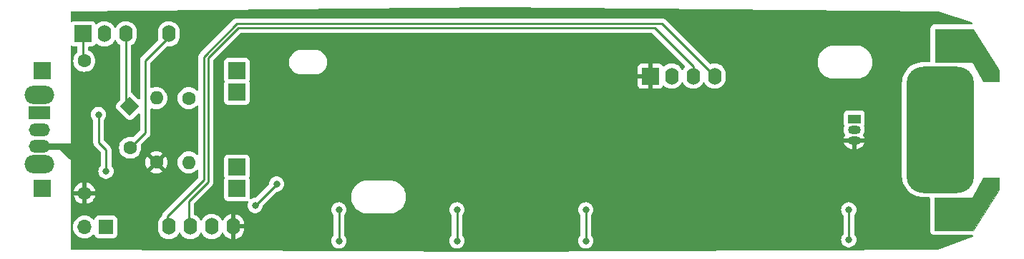
<source format=gbr>
%TF.GenerationSoftware,KiCad,Pcbnew,8.0.1*%
%TF.CreationDate,2024-06-06T13:27:33-04:00*%
%TF.ProjectId,PillPCB,50696c6c-5043-4422-9e6b-696361645f70,rev?*%
%TF.SameCoordinates,Original*%
%TF.FileFunction,Copper,L2,Bot*%
%TF.FilePolarity,Positive*%
%FSLAX46Y46*%
G04 Gerber Fmt 4.6, Leading zero omitted, Abs format (unit mm)*
G04 Created by KiCad (PCBNEW 8.0.1) date 2024-06-06 13:27:33*
%MOMM*%
%LPD*%
G01*
G04 APERTURE LIST*
G04 Aperture macros list*
%AMRoundRect*
0 Rectangle with rounded corners*
0 $1 Rounding radius*
0 $2 $3 $4 $5 $6 $7 $8 $9 X,Y pos of 4 corners*
0 Add a 4 corners polygon primitive as box body*
4,1,4,$2,$3,$4,$5,$6,$7,$8,$9,$2,$3,0*
0 Add four circle primitives for the rounded corners*
1,1,$1+$1,$2,$3*
1,1,$1+$1,$4,$5*
1,1,$1+$1,$6,$7*
1,1,$1+$1,$8,$9*
0 Add four rect primitives between the rounded corners*
20,1,$1+$1,$2,$3,$4,$5,0*
20,1,$1+$1,$4,$5,$6,$7,0*
20,1,$1+$1,$6,$7,$8,$9,0*
20,1,$1+$1,$8,$9,$2,$3,0*%
%AMHorizOval*
0 Thick line with rounded ends*
0 $1 width*
0 $2 $3 position (X,Y) of the first rounded end (center of the circle)*
0 $4 $5 position (X,Y) of the second rounded end (center of the circle)*
0 Add line between two ends*
20,1,$1,$2,$3,$4,$5,0*
0 Add two circle primitives to create the rounded ends*
1,1,$1,$2,$3*
1,1,$1,$4,$5*%
%AMRotRect*
0 Rectangle, with rotation*
0 The origin of the aperture is its center*
0 $1 length*
0 $2 width*
0 $3 Rotation angle, in degrees counterclockwise*
0 Add horizontal line*
21,1,$1,$2,0,0,$3*%
G04 Aperture macros list end*
%TA.AperFunction,EtchedComponent*%
%ADD10C,0.100000*%
%TD*%
%TA.AperFunction,ComponentPad*%
%ADD11R,1.700000X1.700000*%
%TD*%
%TA.AperFunction,ComponentPad*%
%ADD12O,1.700000X1.700000*%
%TD*%
%TA.AperFunction,ComponentPad*%
%ADD13O,3.500000X2.200000*%
%TD*%
%TA.AperFunction,ComponentPad*%
%ADD14R,2.500000X1.500000*%
%TD*%
%TA.AperFunction,ComponentPad*%
%ADD15O,2.500000X1.500000*%
%TD*%
%TA.AperFunction,ComponentPad*%
%ADD16C,1.600000*%
%TD*%
%TA.AperFunction,ComponentPad*%
%ADD17O,1.600000X1.600000*%
%TD*%
%TA.AperFunction,ComponentPad*%
%ADD18HorizOval,1.600000X0.000000X0.000000X0.000000X0.000000X0*%
%TD*%
%TA.AperFunction,ComponentPad*%
%ADD19R,2.000000X2.000000*%
%TD*%
%TA.AperFunction,ComponentPad*%
%ADD20RotRect,1.600000X1.600000X135.000000*%
%TD*%
%TA.AperFunction,ComponentPad*%
%ADD21HorizOval,1.600000X0.000000X0.000000X0.000000X0.000000X0*%
%TD*%
%TA.AperFunction,ComponentPad*%
%ADD22R,1.500000X1.050000*%
%TD*%
%TA.AperFunction,ComponentPad*%
%ADD23O,1.500000X1.050000*%
%TD*%
%TA.AperFunction,SMDPad,CuDef*%
%ADD24RoundRect,2.000000X2.000000X5.500000X-2.000000X5.500000X-2.000000X-5.500000X2.000000X-5.500000X0*%
%TD*%
%TA.AperFunction,ComponentPad*%
%ADD25O,1.600000X2.000000*%
%TD*%
%TA.AperFunction,ViaPad*%
%ADD26C,0.800000*%
%TD*%
%TA.AperFunction,Conductor*%
%ADD27C,0.250000*%
%TD*%
%TA.AperFunction,Conductor*%
%ADD28C,0.750000*%
%TD*%
G04 APERTURE END LIST*
%TO.C,REF\u002A\u002A*%
D10*
X167640000Y-82677000D02*
X163240036Y-82677000D01*
X163240036Y-86568890D01*
X167640000Y-86568890D01*
X167640000Y-82677000D01*
%TA.AperFunction,EtchedComponent*%
G36*
X167640000Y-82677000D02*
G01*
X163240036Y-82677000D01*
X163240036Y-86568890D01*
X167640000Y-86568890D01*
X167640000Y-82677000D01*
G37*
%TD.AperFunction*%
X167640000Y-102670000D02*
X163195000Y-102670000D01*
X163195000Y-106561890D01*
X167640000Y-106561890D01*
X167640000Y-102670000D01*
%TA.AperFunction,EtchedComponent*%
G36*
X167640000Y-102670000D02*
G01*
X163195000Y-102670000D01*
X163195000Y-106561890D01*
X167640000Y-106561890D01*
X167640000Y-102670000D01*
G37*
%TD.AperFunction*%
X170815000Y-87503000D02*
X170815000Y-88900000D01*
X168910000Y-88900000D01*
X167640000Y-86568890D01*
X167005000Y-82677000D01*
X167767000Y-82677000D01*
X170815000Y-87503000D01*
%TA.AperFunction,EtchedComponent*%
G36*
X170815000Y-87503000D02*
G01*
X170815000Y-88900000D01*
X168910000Y-88900000D01*
X167640000Y-86568890D01*
X167005000Y-82677000D01*
X167767000Y-82677000D01*
X170815000Y-87503000D01*
G37*
%TD.AperFunction*%
X170769964Y-101735890D02*
X167721964Y-106561890D01*
X166959964Y-106561890D01*
X167640000Y-102670000D01*
X168910000Y-100338890D01*
X170769964Y-100338890D01*
X170769964Y-101735890D01*
%TA.AperFunction,EtchedComponent*%
G36*
X170769964Y-101735890D02*
G01*
X167721964Y-106561890D01*
X166959964Y-106561890D01*
X167640000Y-102670000D01*
X168910000Y-100338890D01*
X170769964Y-100338890D01*
X170769964Y-101735890D01*
G37*
%TD.AperFunction*%
%TD*%
D11*
%TO.P,J1,1,Pin_1*%
%TO.N,Net-(D1-A)*%
X65151000Y-106172000D03*
D12*
%TO.P,J1,2,Pin_2*%
%TO.N,GND*%
X62611000Y-106172000D03*
%TD*%
D13*
%TO.P,SW1,*%
%TO.N,*%
X57245000Y-90515000D03*
X57245000Y-98715000D03*
D14*
%TO.P,SW1,1,A*%
%TO.N,unconnected-(SW1-A-Pad1)*%
X57245000Y-92615000D03*
D15*
%TO.P,SW1,2,B*%
%TO.N,Net-(SW1-B)*%
X57245000Y-94615000D03*
%TO.P,SW1,3,C*%
%TO.N,VCC*%
X57245000Y-96615000D03*
%TD*%
D16*
%TO.P,R3,1*%
%TO.N,Net-(U1-A0)*%
X74930000Y-90900000D03*
D17*
%TO.P,R3,2*%
%TO.N,GND*%
X74930000Y-98520000D03*
%TD*%
D16*
%TO.P,R2,1*%
%TO.N,VCC*%
X71120000Y-98500000D03*
D17*
%TO.P,R2,2*%
%TO.N,Net-(U1-A0)*%
X71120000Y-90880000D03*
%TD*%
D16*
%TO.P,R1,1*%
%TO.N,VCC*%
X62613371Y-102162154D03*
D18*
%TO.P,R1,2*%
%TO.N,Net-(U1-MISO{slash}D6)*%
X68001525Y-96774000D03*
%TD*%
D19*
%TO.P,U2,1,+IN*%
%TO.N,unconnected-(U2-+IN-Pad1)*%
X57645000Y-87630000D03*
%TO.P,U2,2,-IN*%
%TO.N,GND*%
X57645000Y-101630000D03*
%TO.P,U2,3,OUT+*%
%TO.N,Net-(SW1-B)*%
X80645000Y-87630000D03*
%TO.P,U2,4,OUT-*%
%TO.N,GND*%
X80645000Y-101630000D03*
%TO.P,U2,5,B+*%
%TO.N,Net-(BAT1-+)*%
X80645000Y-90170000D03*
%TO.P,U2,6,B-*%
%TO.N,Net-(BAT1--)*%
X80645000Y-99090000D03*
%TD*%
D20*
%TO.P,D1,1,K*%
%TO.N,Net-(D1-K)*%
X67972077Y-91848077D03*
D21*
%TO.P,D1,2,A*%
%TO.N,Net-(D1-A)*%
X62583923Y-86459923D03*
%TD*%
D22*
%TO.P,U4,1,GND*%
%TO.N,GND*%
X153670000Y-93350000D03*
D23*
%TO.P,U4,2,DQ*%
%TO.N,Net-(U1-MISO{slash}D6)*%
X153670000Y-94620000D03*
%TO.P,U4,3,V_{DD}*%
%TO.N,VCC*%
X153670000Y-95890000D03*
%TD*%
D24*
%TO.P,REF\u002A\u002A,1*%
%TO.N,N/C*%
X163830000Y-94615000D03*
%TD*%
D19*
%TO.P,U1,1,~{RST}*%
%TO.N,Net-(D1-A)*%
X62420000Y-83260000D03*
D25*
%TO.P,U1,2,A0*%
%TO.N,Net-(U1-A0)*%
X64960000Y-83260000D03*
%TO.P,U1,3,D0*%
%TO.N,Net-(D1-K)*%
X67500000Y-83260000D03*
%TO.P,U1,5,MISO/D6*%
%TO.N,Net-(U1-MISO{slash}D6)*%
X72580000Y-83260000D03*
%TO.P,U1,9,5V*%
%TO.N,VCC*%
X80200000Y-106120000D03*
%TO.P,U1,10,GND*%
%TO.N,GND*%
X77660000Y-106120000D03*
%TO.P,U1,11,D4*%
%TO.N,Net-(U1-D4)*%
X75120000Y-106120000D03*
%TO.P,U1,12,D3*%
%TO.N,Net-(U1-D3)*%
X72580000Y-106120000D03*
%TD*%
D19*
%TO.P,U3,1,VCC*%
%TO.N,VCC*%
X129540000Y-88265000D03*
D25*
%TO.P,U3,2,GND*%
%TO.N,GND*%
X132080000Y-88265000D03*
%TO.P,U3,3,SCL*%
%TO.N,Net-(U1-D4)*%
X134620000Y-88265000D03*
%TO.P,U3,4,SDA*%
%TO.N,Net-(U1-D3)*%
X137160000Y-88265000D03*
%TD*%
D26*
%TO.N,Net-(D1-A)*%
X65151000Y-99568000D03*
X64262000Y-92837000D03*
%TO.N,GND*%
X153035000Y-104140000D03*
X153035000Y-107696000D03*
X106680000Y-104140000D03*
X121920000Y-107823000D03*
X92710000Y-107823000D03*
X106680000Y-107823000D03*
X85344000Y-101092000D03*
X92710000Y-104140000D03*
X121920000Y-104140000D03*
X82804000Y-103632000D03*
%TD*%
D27*
%TO.N,GND*%
X85344000Y-101092000D02*
X82804000Y-103632000D01*
D28*
%TO.N,VCC*%
X57250000Y-96620000D02*
X59790000Y-96620000D01*
X57245000Y-96615000D02*
X57250000Y-96620000D01*
D27*
%TO.N,Net-(D1-A)*%
X64262000Y-96139000D02*
X65151000Y-97028000D01*
X64262000Y-92837000D02*
X64262000Y-96139000D01*
X65151000Y-97028000D02*
X65151000Y-99568000D01*
%TO.N,Net-(D1-K)*%
X67500000Y-91376000D02*
X67972077Y-91848077D01*
X67500000Y-83260000D02*
X67500000Y-91376000D01*
%TO.N,Net-(D1-A)*%
X62420000Y-86296000D02*
X62583923Y-86459923D01*
X62420000Y-83260000D02*
X62420000Y-86296000D01*
D28*
%TO.N,VCC*%
X59790000Y-96620000D02*
X60960000Y-97790000D01*
X59790000Y-96620000D02*
X60198000Y-97028000D01*
X60960000Y-97790000D02*
X60960000Y-96974000D01*
X59790000Y-96620000D02*
X61214000Y-96620000D01*
D27*
%TO.N,GND*%
X153035000Y-104140000D02*
X153035000Y-107696000D01*
X121920000Y-104140000D02*
X121920000Y-107823000D01*
X106680000Y-104140000D02*
X106680000Y-107823000D01*
X92710000Y-104140000D02*
X92710000Y-107823000D01*
%TO.N,Net-(U1-MISO{slash}D6)*%
X69800000Y-86410000D02*
X69800000Y-94975525D01*
X69800000Y-94975525D02*
X68001525Y-96774000D01*
X72580000Y-83630000D02*
X69800000Y-86410000D01*
X72580000Y-83260000D02*
X72580000Y-83630000D01*
%TO.N,Net-(U1-D3)*%
X72580000Y-106120000D02*
X72580000Y-106260000D01*
X72390000Y-105930000D02*
X72390000Y-104902000D01*
X76708000Y-100584000D02*
X76708000Y-85977604D01*
X76708000Y-85977604D02*
X80643604Y-82042000D01*
X72580000Y-106120000D02*
X72390000Y-105930000D01*
X130937000Y-82042000D02*
X137160000Y-88265000D01*
X72390000Y-104902000D02*
X76708000Y-100584000D01*
X80643604Y-82042000D02*
X130937000Y-82042000D01*
%TO.N,Net-(U1-D4)*%
X77216000Y-86106000D02*
X80772000Y-82550000D01*
X74930000Y-103124000D02*
X77216000Y-100838000D01*
X77216000Y-100838000D02*
X77216000Y-86106000D01*
X74930000Y-105930000D02*
X74930000Y-103124000D01*
X75120000Y-106120000D02*
X75120000Y-106260000D01*
X134620000Y-87122000D02*
X134620000Y-88265000D01*
X80772000Y-82550000D02*
X130048000Y-82550000D01*
X75120000Y-106120000D02*
X74930000Y-105930000D01*
X130048000Y-82550000D02*
X134620000Y-87122000D01*
%TD*%
%TA.AperFunction,Conductor*%
%TO.N,VCC*%
G36*
X163557760Y-80617823D02*
G01*
X163593416Y-80623422D01*
X167626768Y-81879105D01*
X167684926Y-81917827D01*
X167712917Y-81981845D01*
X167701853Y-82050834D01*
X167655248Y-82102889D01*
X167589909Y-82121500D01*
X167005000Y-82121500D01*
X166965130Y-82123363D01*
X166953167Y-82123923D01*
X166947532Y-82124708D01*
X166947465Y-82124232D01*
X166927839Y-82126500D01*
X163312511Y-82126500D01*
X163167561Y-82126500D01*
X163039029Y-82160940D01*
X163027547Y-82164017D01*
X162902024Y-82236488D01*
X162902018Y-82236493D01*
X162799529Y-82338982D01*
X162799524Y-82338988D01*
X162727053Y-82464511D01*
X162727052Y-82464515D01*
X162689536Y-82604525D01*
X162689536Y-82604527D01*
X162689536Y-86490500D01*
X162669851Y-86557539D01*
X162617047Y-86603294D01*
X162565536Y-86614500D01*
X161725156Y-86614500D01*
X161594219Y-86620674D01*
X161594214Y-86620674D01*
X161283456Y-86669893D01*
X161283448Y-86669895D01*
X160981315Y-86757674D01*
X160692552Y-86882632D01*
X160531094Y-86978119D01*
X160421732Y-87042796D01*
X160421728Y-87042798D01*
X160421723Y-87042802D01*
X160421722Y-87042802D01*
X160173120Y-87235637D01*
X160173120Y-87235638D01*
X159950638Y-87458120D01*
X159950637Y-87458120D01*
X159757802Y-87706722D01*
X159757802Y-87706723D01*
X159757798Y-87706728D01*
X159757796Y-87706732D01*
X159703184Y-87799075D01*
X159597632Y-87977552D01*
X159472674Y-88266315D01*
X159384895Y-88568448D01*
X159384893Y-88568456D01*
X159335674Y-88879214D01*
X159335674Y-88879219D01*
X159329500Y-89010155D01*
X159329500Y-100219844D01*
X159335674Y-100350780D01*
X159335674Y-100350785D01*
X159384893Y-100661543D01*
X159384895Y-100661551D01*
X159472674Y-100963684D01*
X159597632Y-101252447D01*
X159614080Y-101280259D01*
X159757796Y-101523268D01*
X159757801Y-101523274D01*
X159757802Y-101523276D01*
X159757802Y-101523277D01*
X159950637Y-101771879D01*
X160173120Y-101994362D01*
X160421722Y-102187197D01*
X160421726Y-102187199D01*
X160421732Y-102187204D01*
X160692552Y-102347367D01*
X160981311Y-102472324D01*
X161026728Y-102485519D01*
X161283448Y-102560104D01*
X161283456Y-102560106D01*
X161594217Y-102609325D01*
X161725156Y-102615500D01*
X161725160Y-102615500D01*
X162520500Y-102615500D01*
X162587539Y-102635185D01*
X162633294Y-102687989D01*
X162644500Y-102739500D01*
X162644500Y-106489415D01*
X162644500Y-106634365D01*
X162682016Y-106774375D01*
X162682017Y-106774378D01*
X162754488Y-106899901D01*
X162754490Y-106899903D01*
X162754491Y-106899905D01*
X162856985Y-107002399D01*
X162856986Y-107002400D01*
X162856988Y-107002401D01*
X162982511Y-107074872D01*
X162982512Y-107074872D01*
X162982515Y-107074874D01*
X163122525Y-107112390D01*
X166915104Y-107112390D01*
X166931989Y-107113545D01*
X166959963Y-107117390D01*
X167644430Y-107117390D01*
X167711469Y-107137075D01*
X167757224Y-107189879D01*
X167767168Y-107259037D01*
X167738143Y-107322593D01*
X167687137Y-107357804D01*
X163596388Y-108858520D01*
X163554281Y-108866105D01*
X111125597Y-109119997D01*
X111124399Y-109119997D01*
X61083402Y-108878834D01*
X61016459Y-108858826D01*
X60970959Y-108805802D01*
X60960000Y-108754835D01*
X60960000Y-107823000D01*
X91804540Y-107823000D01*
X91824326Y-108011256D01*
X91824327Y-108011259D01*
X91882818Y-108191277D01*
X91882821Y-108191284D01*
X91977467Y-108355216D01*
X92089957Y-108480148D01*
X92104129Y-108495888D01*
X92257265Y-108607148D01*
X92257270Y-108607151D01*
X92430192Y-108684142D01*
X92430197Y-108684144D01*
X92615354Y-108723500D01*
X92615355Y-108723500D01*
X92804644Y-108723500D01*
X92804646Y-108723500D01*
X92989803Y-108684144D01*
X93162730Y-108607151D01*
X93315871Y-108495888D01*
X93442533Y-108355216D01*
X93537179Y-108191284D01*
X93595674Y-108011256D01*
X93615460Y-107823000D01*
X105774540Y-107823000D01*
X105794326Y-108011256D01*
X105794327Y-108011259D01*
X105852818Y-108191277D01*
X105852821Y-108191284D01*
X105947467Y-108355216D01*
X106059957Y-108480148D01*
X106074129Y-108495888D01*
X106227265Y-108607148D01*
X106227270Y-108607151D01*
X106400192Y-108684142D01*
X106400197Y-108684144D01*
X106585354Y-108723500D01*
X106585355Y-108723500D01*
X106774644Y-108723500D01*
X106774646Y-108723500D01*
X106959803Y-108684144D01*
X107132730Y-108607151D01*
X107285871Y-108495888D01*
X107412533Y-108355216D01*
X107507179Y-108191284D01*
X107565674Y-108011256D01*
X107585460Y-107823000D01*
X121014540Y-107823000D01*
X121034326Y-108011256D01*
X121034327Y-108011259D01*
X121092818Y-108191277D01*
X121092821Y-108191284D01*
X121187467Y-108355216D01*
X121299957Y-108480148D01*
X121314129Y-108495888D01*
X121467265Y-108607148D01*
X121467270Y-108607151D01*
X121640192Y-108684142D01*
X121640197Y-108684144D01*
X121825354Y-108723500D01*
X121825355Y-108723500D01*
X122014644Y-108723500D01*
X122014646Y-108723500D01*
X122199803Y-108684144D01*
X122372730Y-108607151D01*
X122525871Y-108495888D01*
X122652533Y-108355216D01*
X122747179Y-108191284D01*
X122805674Y-108011256D01*
X122825460Y-107823000D01*
X122812112Y-107696000D01*
X152129540Y-107696000D01*
X152149326Y-107884256D01*
X152149327Y-107884259D01*
X152207818Y-108064277D01*
X152207821Y-108064284D01*
X152302467Y-108228216D01*
X152416817Y-108355214D01*
X152429129Y-108368888D01*
X152582265Y-108480148D01*
X152582270Y-108480151D01*
X152755192Y-108557142D01*
X152755197Y-108557144D01*
X152940354Y-108596500D01*
X152940355Y-108596500D01*
X153129644Y-108596500D01*
X153129646Y-108596500D01*
X153314803Y-108557144D01*
X153487730Y-108480151D01*
X153640871Y-108368888D01*
X153767533Y-108228216D01*
X153862179Y-108064284D01*
X153920674Y-107884256D01*
X153940460Y-107696000D01*
X153920674Y-107507744D01*
X153862179Y-107327716D01*
X153767533Y-107163784D01*
X153743484Y-107137075D01*
X153692350Y-107080284D01*
X153662120Y-107017292D01*
X153660500Y-106997312D01*
X153660500Y-104838687D01*
X153680185Y-104771648D01*
X153692350Y-104755715D01*
X153710891Y-104735122D01*
X153767533Y-104672216D01*
X153862179Y-104508284D01*
X153920674Y-104328256D01*
X153940460Y-104140000D01*
X153920674Y-103951744D01*
X153862179Y-103771716D01*
X153767533Y-103607784D01*
X153640871Y-103467112D01*
X153608708Y-103443744D01*
X153487734Y-103355851D01*
X153487729Y-103355848D01*
X153314807Y-103278857D01*
X153314802Y-103278855D01*
X153169001Y-103247865D01*
X153129646Y-103239500D01*
X152940354Y-103239500D01*
X152907897Y-103246398D01*
X152755197Y-103278855D01*
X152755192Y-103278857D01*
X152582270Y-103355848D01*
X152582265Y-103355851D01*
X152429129Y-103467111D01*
X152302466Y-103607785D01*
X152207821Y-103771715D01*
X152207818Y-103771722D01*
X152159532Y-103920333D01*
X152149326Y-103951744D01*
X152129540Y-104140000D01*
X152149326Y-104328256D01*
X152149327Y-104328259D01*
X152207818Y-104508277D01*
X152207821Y-104508284D01*
X152302467Y-104672216D01*
X152322150Y-104694076D01*
X152377650Y-104755715D01*
X152407880Y-104818706D01*
X152409500Y-104838687D01*
X152409500Y-106997312D01*
X152389815Y-107064351D01*
X152377650Y-107080284D01*
X152302466Y-107163784D01*
X152207821Y-107327715D01*
X152207818Y-107327722D01*
X152162955Y-107465797D01*
X152149326Y-107507744D01*
X152129540Y-107696000D01*
X122812112Y-107696000D01*
X122805674Y-107634744D01*
X122747179Y-107454716D01*
X122652533Y-107290784D01*
X122623948Y-107259037D01*
X122577350Y-107207284D01*
X122547120Y-107144292D01*
X122545500Y-107124312D01*
X122545500Y-104838687D01*
X122565185Y-104771648D01*
X122577350Y-104755715D01*
X122595891Y-104735122D01*
X122652533Y-104672216D01*
X122747179Y-104508284D01*
X122805674Y-104328256D01*
X122825460Y-104140000D01*
X122805674Y-103951744D01*
X122747179Y-103771716D01*
X122652533Y-103607784D01*
X122525871Y-103467112D01*
X122493708Y-103443744D01*
X122372734Y-103355851D01*
X122372729Y-103355848D01*
X122199807Y-103278857D01*
X122199802Y-103278855D01*
X122054001Y-103247865D01*
X122014646Y-103239500D01*
X121825354Y-103239500D01*
X121792897Y-103246398D01*
X121640197Y-103278855D01*
X121640192Y-103278857D01*
X121467270Y-103355848D01*
X121467265Y-103355851D01*
X121314129Y-103467111D01*
X121187466Y-103607785D01*
X121092821Y-103771715D01*
X121092818Y-103771722D01*
X121044532Y-103920333D01*
X121034326Y-103951744D01*
X121014540Y-104140000D01*
X121034326Y-104328256D01*
X121034327Y-104328259D01*
X121092818Y-104508277D01*
X121092821Y-104508284D01*
X121187467Y-104672216D01*
X121207150Y-104694076D01*
X121262650Y-104755715D01*
X121292880Y-104818706D01*
X121294500Y-104838687D01*
X121294500Y-107124312D01*
X121274815Y-107191351D01*
X121262650Y-107207284D01*
X121187466Y-107290784D01*
X121092821Y-107454715D01*
X121092818Y-107454722D01*
X121038954Y-107620500D01*
X121034326Y-107634744D01*
X121014540Y-107823000D01*
X107585460Y-107823000D01*
X107565674Y-107634744D01*
X107507179Y-107454716D01*
X107412533Y-107290784D01*
X107383948Y-107259037D01*
X107337350Y-107207284D01*
X107307120Y-107144292D01*
X107305500Y-107124312D01*
X107305500Y-104838687D01*
X107325185Y-104771648D01*
X107337350Y-104755715D01*
X107355891Y-104735122D01*
X107412533Y-104672216D01*
X107507179Y-104508284D01*
X107565674Y-104328256D01*
X107585460Y-104140000D01*
X107565674Y-103951744D01*
X107507179Y-103771716D01*
X107412533Y-103607784D01*
X107285871Y-103467112D01*
X107253708Y-103443744D01*
X107132734Y-103355851D01*
X107132729Y-103355848D01*
X106959807Y-103278857D01*
X106959802Y-103278855D01*
X106814001Y-103247865D01*
X106774646Y-103239500D01*
X106585354Y-103239500D01*
X106552897Y-103246398D01*
X106400197Y-103278855D01*
X106400192Y-103278857D01*
X106227270Y-103355848D01*
X106227265Y-103355851D01*
X106074129Y-103467111D01*
X105947466Y-103607785D01*
X105852821Y-103771715D01*
X105852818Y-103771722D01*
X105804532Y-103920333D01*
X105794326Y-103951744D01*
X105774540Y-104140000D01*
X105794326Y-104328256D01*
X105794327Y-104328259D01*
X105852818Y-104508277D01*
X105852821Y-104508284D01*
X105947467Y-104672216D01*
X105967150Y-104694076D01*
X106022650Y-104755715D01*
X106052880Y-104818706D01*
X106054500Y-104838687D01*
X106054500Y-107124312D01*
X106034815Y-107191351D01*
X106022650Y-107207284D01*
X105947466Y-107290784D01*
X105852821Y-107454715D01*
X105852818Y-107454722D01*
X105798954Y-107620500D01*
X105794326Y-107634744D01*
X105774540Y-107823000D01*
X93615460Y-107823000D01*
X93595674Y-107634744D01*
X93537179Y-107454716D01*
X93442533Y-107290784D01*
X93413948Y-107259037D01*
X93367350Y-107207284D01*
X93337120Y-107144292D01*
X93335500Y-107124312D01*
X93335500Y-104838687D01*
X93355185Y-104771648D01*
X93367350Y-104755715D01*
X93385891Y-104735122D01*
X93442533Y-104672216D01*
X93537179Y-104508284D01*
X93595674Y-104328256D01*
X93615460Y-104140000D01*
X93595674Y-103951744D01*
X93537179Y-103771716D01*
X93442533Y-103607784D01*
X93315871Y-103467112D01*
X93283708Y-103443744D01*
X93162734Y-103355851D01*
X93162729Y-103355848D01*
X92989807Y-103278857D01*
X92989802Y-103278855D01*
X92844001Y-103247865D01*
X92804646Y-103239500D01*
X92615354Y-103239500D01*
X92582897Y-103246398D01*
X92430197Y-103278855D01*
X92430192Y-103278857D01*
X92257270Y-103355848D01*
X92257265Y-103355851D01*
X92104129Y-103467111D01*
X91977466Y-103607785D01*
X91882821Y-103771715D01*
X91882818Y-103771722D01*
X91834532Y-103920333D01*
X91824326Y-103951744D01*
X91804540Y-104140000D01*
X91824326Y-104328256D01*
X91824327Y-104328259D01*
X91882818Y-104508277D01*
X91882821Y-104508284D01*
X91977467Y-104672216D01*
X91997150Y-104694076D01*
X92052650Y-104755715D01*
X92082880Y-104818706D01*
X92084500Y-104838687D01*
X92084500Y-107124312D01*
X92064815Y-107191351D01*
X92052650Y-107207284D01*
X91977466Y-107290784D01*
X91882821Y-107454715D01*
X91882818Y-107454722D01*
X91828954Y-107620500D01*
X91824326Y-107634744D01*
X91804540Y-107823000D01*
X60960000Y-107823000D01*
X60960000Y-106172000D01*
X61255341Y-106172000D01*
X61275936Y-106407403D01*
X61275938Y-106407413D01*
X61337094Y-106635655D01*
X61337096Y-106635659D01*
X61337097Y-106635663D01*
X61401780Y-106774375D01*
X61436965Y-106849830D01*
X61436967Y-106849834D01*
X61540233Y-106997312D01*
X61572505Y-107043401D01*
X61739599Y-107210495D01*
X61836384Y-107278265D01*
X61933165Y-107346032D01*
X61933167Y-107346033D01*
X61933170Y-107346035D01*
X62147337Y-107445903D01*
X62375592Y-107507063D01*
X62552034Y-107522500D01*
X62610999Y-107527659D01*
X62611000Y-107527659D01*
X62611001Y-107527659D01*
X62669966Y-107522500D01*
X62846408Y-107507063D01*
X63074663Y-107445903D01*
X63288830Y-107346035D01*
X63482401Y-107210495D01*
X63604329Y-107088566D01*
X63665648Y-107055084D01*
X63735340Y-107060068D01*
X63791274Y-107101939D01*
X63808189Y-107132917D01*
X63857202Y-107264328D01*
X63857206Y-107264335D01*
X63943452Y-107379544D01*
X63943455Y-107379547D01*
X64058664Y-107465793D01*
X64058671Y-107465797D01*
X64193517Y-107516091D01*
X64193516Y-107516091D01*
X64200444Y-107516835D01*
X64253127Y-107522500D01*
X66048872Y-107522499D01*
X66108483Y-107516091D01*
X66243331Y-107465796D01*
X66358546Y-107379546D01*
X66444796Y-107264331D01*
X66495091Y-107129483D01*
X66501500Y-107069873D01*
X66501500Y-106422351D01*
X71279500Y-106422351D01*
X71311522Y-106624534D01*
X71374781Y-106819223D01*
X71467715Y-107001613D01*
X71588028Y-107167213D01*
X71732786Y-107311971D01*
X71887749Y-107424556D01*
X71898390Y-107432287D01*
X72014607Y-107491503D01*
X72080776Y-107525218D01*
X72080778Y-107525218D01*
X72080781Y-107525220D01*
X72185137Y-107559127D01*
X72275465Y-107588477D01*
X72376557Y-107604488D01*
X72477648Y-107620500D01*
X72477649Y-107620500D01*
X72682351Y-107620500D01*
X72682352Y-107620500D01*
X72884534Y-107588477D01*
X73079219Y-107525220D01*
X73261610Y-107432287D01*
X73405541Y-107327716D01*
X73427213Y-107311971D01*
X73427215Y-107311968D01*
X73427219Y-107311966D01*
X73571966Y-107167219D01*
X73571968Y-107167215D01*
X73571971Y-107167213D01*
X73692284Y-107001614D01*
X73692285Y-107001613D01*
X73692287Y-107001610D01*
X73739516Y-106908917D01*
X73787489Y-106858123D01*
X73855310Y-106841328D01*
X73921445Y-106863865D01*
X73960485Y-106908919D01*
X74007715Y-107001614D01*
X74128028Y-107167213D01*
X74272786Y-107311971D01*
X74427749Y-107424556D01*
X74438390Y-107432287D01*
X74554607Y-107491503D01*
X74620776Y-107525218D01*
X74620778Y-107525218D01*
X74620781Y-107525220D01*
X74725137Y-107559127D01*
X74815465Y-107588477D01*
X74916557Y-107604488D01*
X75017648Y-107620500D01*
X75017649Y-107620500D01*
X75222351Y-107620500D01*
X75222352Y-107620500D01*
X75424534Y-107588477D01*
X75619219Y-107525220D01*
X75801610Y-107432287D01*
X75945541Y-107327716D01*
X75967213Y-107311971D01*
X75967215Y-107311968D01*
X75967219Y-107311966D01*
X76111966Y-107167219D01*
X76111968Y-107167215D01*
X76111971Y-107167213D01*
X76232284Y-107001614D01*
X76232285Y-107001613D01*
X76232287Y-107001610D01*
X76279516Y-106908917D01*
X76327489Y-106858123D01*
X76395310Y-106841328D01*
X76461445Y-106863865D01*
X76500485Y-106908919D01*
X76547715Y-107001614D01*
X76668028Y-107167213D01*
X76812786Y-107311971D01*
X76967749Y-107424556D01*
X76978390Y-107432287D01*
X77094607Y-107491503D01*
X77160776Y-107525218D01*
X77160778Y-107525218D01*
X77160781Y-107525220D01*
X77265137Y-107559127D01*
X77355465Y-107588477D01*
X77456557Y-107604488D01*
X77557648Y-107620500D01*
X77557649Y-107620500D01*
X77762351Y-107620500D01*
X77762352Y-107620500D01*
X77964534Y-107588477D01*
X78159219Y-107525220D01*
X78341610Y-107432287D01*
X78485541Y-107327716D01*
X78507213Y-107311971D01*
X78507215Y-107311968D01*
X78507219Y-107311966D01*
X78651966Y-107167219D01*
X78651968Y-107167215D01*
X78651971Y-107167213D01*
X78772284Y-107001614D01*
X78772285Y-107001613D01*
X78772287Y-107001610D01*
X78819795Y-106908369D01*
X78867770Y-106857574D01*
X78935591Y-106840779D01*
X79001725Y-106863316D01*
X79040765Y-106908370D01*
X79088140Y-107001349D01*
X79208417Y-107166894D01*
X79208417Y-107166895D01*
X79353104Y-107311582D01*
X79518650Y-107431859D01*
X79700968Y-107524754D01*
X79895578Y-107587988D01*
X79950000Y-107596607D01*
X79950000Y-106553012D01*
X80007007Y-106585925D01*
X80134174Y-106620000D01*
X80265826Y-106620000D01*
X80392993Y-106585925D01*
X80450000Y-106553012D01*
X80450000Y-107596606D01*
X80504421Y-107587988D01*
X80699031Y-107524754D01*
X80881349Y-107431859D01*
X81046894Y-107311582D01*
X81046895Y-107311582D01*
X81191582Y-107166895D01*
X81191582Y-107166894D01*
X81311859Y-107001349D01*
X81404755Y-106819031D01*
X81467990Y-106624417D01*
X81500000Y-106422317D01*
X81500000Y-106370000D01*
X80633012Y-106370000D01*
X80665925Y-106312993D01*
X80700000Y-106185826D01*
X80700000Y-106054174D01*
X80665925Y-105927007D01*
X80633012Y-105870000D01*
X81500000Y-105870000D01*
X81500000Y-105817682D01*
X81467990Y-105615582D01*
X81404755Y-105420968D01*
X81311859Y-105238650D01*
X81191582Y-105073105D01*
X81191582Y-105073104D01*
X81046895Y-104928417D01*
X80881349Y-104808140D01*
X80699029Y-104715244D01*
X80504413Y-104652009D01*
X80450000Y-104643390D01*
X80450000Y-105686988D01*
X80392993Y-105654075D01*
X80265826Y-105620000D01*
X80134174Y-105620000D01*
X80007007Y-105654075D01*
X79950000Y-105686988D01*
X79950000Y-104643390D01*
X79895586Y-104652009D01*
X79700970Y-104715244D01*
X79518650Y-104808140D01*
X79353105Y-104928417D01*
X79353104Y-104928417D01*
X79208417Y-105073104D01*
X79208417Y-105073105D01*
X79088140Y-105238650D01*
X79040765Y-105331629D01*
X78992790Y-105382425D01*
X78924969Y-105399220D01*
X78858834Y-105376682D01*
X78819795Y-105331629D01*
X78791746Y-105276581D01*
X78772287Y-105238390D01*
X78764556Y-105227749D01*
X78651971Y-105072786D01*
X78507213Y-104928028D01*
X78341613Y-104807715D01*
X78341612Y-104807714D01*
X78341610Y-104807713D01*
X78270829Y-104771648D01*
X78159223Y-104714781D01*
X77964534Y-104651522D01*
X77789995Y-104623878D01*
X77762352Y-104619500D01*
X77557648Y-104619500D01*
X77533329Y-104623351D01*
X77355465Y-104651522D01*
X77160776Y-104714781D01*
X76978386Y-104807715D01*
X76812786Y-104928028D01*
X76668028Y-105072786D01*
X76547715Y-105238386D01*
X76500485Y-105331080D01*
X76452510Y-105381876D01*
X76384689Y-105398671D01*
X76318554Y-105376134D01*
X76279515Y-105331080D01*
X76263983Y-105300597D01*
X76232287Y-105238390D01*
X76224556Y-105227749D01*
X76111971Y-105072786D01*
X75967213Y-104928028D01*
X75801613Y-104807715D01*
X75801612Y-104807714D01*
X75801610Y-104807713D01*
X75730829Y-104771648D01*
X75623205Y-104716810D01*
X75572409Y-104668835D01*
X75555500Y-104606325D01*
X75555500Y-103434451D01*
X75575185Y-103367412D01*
X75591814Y-103346775D01*
X76260719Y-102677870D01*
X79144500Y-102677870D01*
X79144501Y-102677876D01*
X79150908Y-102737483D01*
X79201202Y-102872328D01*
X79201206Y-102872335D01*
X79287452Y-102987544D01*
X79287455Y-102987547D01*
X79402664Y-103073793D01*
X79402671Y-103073797D01*
X79537517Y-103124091D01*
X79537516Y-103124091D01*
X79544444Y-103124835D01*
X79597127Y-103130500D01*
X81692872Y-103130499D01*
X81752483Y-103124091D01*
X81819284Y-103099175D01*
X81888974Y-103094192D01*
X81950297Y-103127677D01*
X81983782Y-103189000D01*
X81978798Y-103258691D01*
X81977116Y-103262806D01*
X81936302Y-103388419D01*
X81918326Y-103443744D01*
X81898540Y-103632000D01*
X81918326Y-103820256D01*
X81918327Y-103820259D01*
X81976818Y-104000277D01*
X81976821Y-104000284D01*
X82071467Y-104164216D01*
X82158696Y-104261093D01*
X82198129Y-104304888D01*
X82351265Y-104416148D01*
X82351270Y-104416151D01*
X82524192Y-104493142D01*
X82524197Y-104493144D01*
X82709354Y-104532500D01*
X82709355Y-104532500D01*
X82898644Y-104532500D01*
X82898646Y-104532500D01*
X83083803Y-104493144D01*
X83256730Y-104416151D01*
X83409871Y-104304888D01*
X83536533Y-104164216D01*
X83631179Y-104000284D01*
X83689674Y-103820256D01*
X83707321Y-103652344D01*
X83733904Y-103587734D01*
X83742951Y-103577638D01*
X84576116Y-102744474D01*
X94149500Y-102744474D01*
X94149501Y-102744491D01*
X94183299Y-103001217D01*
X94183300Y-103001222D01*
X94183301Y-103001228D01*
X94202746Y-103073797D01*
X94250324Y-103251364D01*
X94349423Y-103490609D01*
X94349427Y-103490619D01*
X94478906Y-103714883D01*
X94636551Y-103920331D01*
X94636557Y-103920338D01*
X94819661Y-104103442D01*
X94819668Y-104103448D01*
X95025116Y-104261093D01*
X95249380Y-104390572D01*
X95249381Y-104390572D01*
X95249384Y-104390574D01*
X95488634Y-104489675D01*
X95738772Y-104556699D01*
X95995519Y-104590500D01*
X95995526Y-104590500D01*
X98804474Y-104590500D01*
X98804481Y-104590500D01*
X99061228Y-104556699D01*
X99311366Y-104489675D01*
X99550616Y-104390574D01*
X99774884Y-104261093D01*
X99980333Y-104103447D01*
X100163447Y-103920333D01*
X100321093Y-103714884D01*
X100450574Y-103490616D01*
X100549675Y-103251366D01*
X100616699Y-103001228D01*
X100650500Y-102744481D01*
X100650500Y-102485519D01*
X100616699Y-102228772D01*
X100549675Y-101978634D01*
X100450574Y-101739384D01*
X100436973Y-101715827D01*
X100321093Y-101515116D01*
X100163448Y-101309668D01*
X100163442Y-101309661D01*
X99980338Y-101126557D01*
X99980331Y-101126551D01*
X99774883Y-100968906D01*
X99550619Y-100839427D01*
X99550609Y-100839423D01*
X99311364Y-100740324D01*
X99186297Y-100706813D01*
X99061228Y-100673301D01*
X99061222Y-100673300D01*
X99061217Y-100673299D01*
X98804491Y-100639501D01*
X98804486Y-100639500D01*
X98804481Y-100639500D01*
X95995519Y-100639500D01*
X95995513Y-100639500D01*
X95995508Y-100639501D01*
X95738782Y-100673299D01*
X95738775Y-100673300D01*
X95738772Y-100673301D01*
X95685908Y-100687465D01*
X95488635Y-100740324D01*
X95249390Y-100839423D01*
X95249380Y-100839427D01*
X95025116Y-100968906D01*
X94819668Y-101126551D01*
X94819661Y-101126557D01*
X94636557Y-101309661D01*
X94636551Y-101309668D01*
X94478906Y-101515116D01*
X94349427Y-101739380D01*
X94349423Y-101739390D01*
X94250324Y-101978635D01*
X94183302Y-102228769D01*
X94183299Y-102228782D01*
X94149501Y-102485508D01*
X94149500Y-102485525D01*
X94149500Y-102744474D01*
X84576116Y-102744474D01*
X85291772Y-102028819D01*
X85353095Y-101995334D01*
X85379453Y-101992500D01*
X85438644Y-101992500D01*
X85438646Y-101992500D01*
X85623803Y-101953144D01*
X85796730Y-101876151D01*
X85949871Y-101764888D01*
X86076533Y-101624216D01*
X86171179Y-101460284D01*
X86229674Y-101280256D01*
X86249460Y-101092000D01*
X86229674Y-100903744D01*
X86171179Y-100723716D01*
X86076533Y-100559784D01*
X85949871Y-100419112D01*
X85928153Y-100403333D01*
X85796734Y-100307851D01*
X85796729Y-100307848D01*
X85623807Y-100230857D01*
X85623802Y-100230855D01*
X85466789Y-100197482D01*
X85438646Y-100191500D01*
X85249354Y-100191500D01*
X85221211Y-100197482D01*
X85064197Y-100230855D01*
X85064192Y-100230857D01*
X84891270Y-100307848D01*
X84891265Y-100307851D01*
X84738129Y-100419111D01*
X84611466Y-100559785D01*
X84516821Y-100723715D01*
X84516818Y-100723722D01*
X84459670Y-100899607D01*
X84458326Y-100903744D01*
X84446061Y-101020444D01*
X84440679Y-101071649D01*
X84414094Y-101136263D01*
X84405039Y-101146368D01*
X82856229Y-102695181D01*
X82794906Y-102728666D01*
X82768548Y-102731500D01*
X82709354Y-102731500D01*
X82681206Y-102737483D01*
X82524197Y-102770855D01*
X82524192Y-102770857D01*
X82351270Y-102847848D01*
X82351267Y-102847850D01*
X82334060Y-102860352D01*
X82268253Y-102883830D01*
X82200200Y-102868003D01*
X82151506Y-102817896D01*
X82137632Y-102749418D01*
X82138308Y-102745200D01*
X82138262Y-102745196D01*
X82144412Y-102687989D01*
X82145500Y-102677873D01*
X82145499Y-100582128D01*
X82139091Y-100522517D01*
X82094637Y-100403332D01*
X82089654Y-100333642D01*
X82094638Y-100316667D01*
X82097927Y-100307849D01*
X82139091Y-100197483D01*
X82145500Y-100137873D01*
X82145499Y-98042128D01*
X82139091Y-97982517D01*
X82113647Y-97914299D01*
X82088797Y-97847671D01*
X82088793Y-97847664D01*
X82002547Y-97732455D01*
X82002544Y-97732452D01*
X81887335Y-97646206D01*
X81887328Y-97646202D01*
X81752482Y-97595908D01*
X81752483Y-97595908D01*
X81692883Y-97589501D01*
X81692881Y-97589500D01*
X81692873Y-97589500D01*
X81692864Y-97589500D01*
X79597129Y-97589500D01*
X79597123Y-97589501D01*
X79537516Y-97595908D01*
X79402671Y-97646202D01*
X79402664Y-97646206D01*
X79287455Y-97732452D01*
X79287452Y-97732455D01*
X79201206Y-97847664D01*
X79201202Y-97847671D01*
X79150908Y-97982517D01*
X79144501Y-98042116D01*
X79144501Y-98042123D01*
X79144500Y-98042135D01*
X79144500Y-100137870D01*
X79144501Y-100137876D01*
X79150908Y-100197483D01*
X79195361Y-100316667D01*
X79200345Y-100386359D01*
X79195361Y-100403333D01*
X79150908Y-100522517D01*
X79146902Y-100559784D01*
X79144501Y-100582123D01*
X79144500Y-100582135D01*
X79144500Y-102677870D01*
X76260719Y-102677870D01*
X77614729Y-101323860D01*
X77614733Y-101323858D01*
X77701858Y-101236733D01*
X77770311Y-101134286D01*
X77817463Y-101020452D01*
X77841500Y-100899606D01*
X77841500Y-94721007D01*
X152419500Y-94721007D01*
X152458907Y-94919119D01*
X152458909Y-94919127D01*
X152536212Y-95105754D01*
X152590204Y-95186558D01*
X152611081Y-95253235D01*
X152592596Y-95320615D01*
X152590204Y-95324337D01*
X152536655Y-95404479D01*
X152536654Y-95404481D01*
X152459390Y-95591016D01*
X152459387Y-95591025D01*
X152449647Y-95640000D01*
X153304134Y-95640000D01*
X153328326Y-95642383D01*
X153331123Y-95642939D01*
X153343995Y-95645499D01*
X153343996Y-95645500D01*
X153343997Y-95645500D01*
X153384170Y-95645500D01*
X153369925Y-95659745D01*
X153320556Y-95745255D01*
X153295000Y-95840630D01*
X153295000Y-95939370D01*
X153320556Y-96034745D01*
X153369925Y-96120255D01*
X153389670Y-96140000D01*
X152449647Y-96140000D01*
X152459387Y-96188974D01*
X152459390Y-96188983D01*
X152536652Y-96375513D01*
X152536659Y-96375526D01*
X152648829Y-96543399D01*
X152648832Y-96543403D01*
X152791596Y-96686167D01*
X152791600Y-96686170D01*
X152959473Y-96798340D01*
X152959486Y-96798347D01*
X153146016Y-96875609D01*
X153146025Y-96875612D01*
X153344041Y-96914999D01*
X153344045Y-96915000D01*
X153420000Y-96915000D01*
X153420000Y-96170330D01*
X153439745Y-96190075D01*
X153525255Y-96239444D01*
X153620630Y-96265000D01*
X153719370Y-96265000D01*
X153814745Y-96239444D01*
X153900255Y-96190075D01*
X153920000Y-96170330D01*
X153920000Y-96915000D01*
X153995955Y-96915000D01*
X153995958Y-96914999D01*
X154193974Y-96875612D01*
X154193983Y-96875609D01*
X154380513Y-96798347D01*
X154380526Y-96798340D01*
X154548399Y-96686170D01*
X154548403Y-96686167D01*
X154691167Y-96543403D01*
X154691170Y-96543399D01*
X154803340Y-96375526D01*
X154803347Y-96375513D01*
X154880609Y-96188983D01*
X154880612Y-96188974D01*
X154890353Y-96140000D01*
X153950330Y-96140000D01*
X153970075Y-96120255D01*
X154019444Y-96034745D01*
X154045000Y-95939370D01*
X154045000Y-95840630D01*
X154019444Y-95745255D01*
X153970075Y-95659745D01*
X153955830Y-95645500D01*
X153996004Y-95645500D01*
X153996004Y-95645499D01*
X154009473Y-95642820D01*
X154011674Y-95642383D01*
X154035866Y-95640000D01*
X154890353Y-95640000D01*
X154880612Y-95591025D01*
X154880609Y-95591016D01*
X154803347Y-95404486D01*
X154803343Y-95404479D01*
X154749795Y-95324340D01*
X154728917Y-95257662D01*
X154747401Y-95190282D01*
X154749733Y-95186652D01*
X154803786Y-95105756D01*
X154881091Y-94919127D01*
X154920500Y-94721003D01*
X154920500Y-94518997D01*
X154881091Y-94320873D01*
X154847673Y-94240198D01*
X154840205Y-94170730D01*
X154859964Y-94125340D01*
X154859547Y-94125112D01*
X154862095Y-94120444D01*
X154862972Y-94118431D01*
X154863796Y-94117331D01*
X154914091Y-93982483D01*
X154920500Y-93922873D01*
X154920499Y-92777128D01*
X154914091Y-92717517D01*
X154906259Y-92696519D01*
X154863797Y-92582671D01*
X154863793Y-92582664D01*
X154777547Y-92467455D01*
X154777544Y-92467452D01*
X154662335Y-92381206D01*
X154662328Y-92381202D01*
X154527482Y-92330908D01*
X154527483Y-92330908D01*
X154467883Y-92324501D01*
X154467881Y-92324500D01*
X154467873Y-92324500D01*
X154467864Y-92324500D01*
X152872129Y-92324500D01*
X152872123Y-92324501D01*
X152812516Y-92330908D01*
X152677671Y-92381202D01*
X152677664Y-92381206D01*
X152562455Y-92467452D01*
X152562452Y-92467455D01*
X152476206Y-92582664D01*
X152476202Y-92582671D01*
X152425908Y-92717517D01*
X152419501Y-92777116D01*
X152419501Y-92777123D01*
X152419500Y-92777135D01*
X152419500Y-93922870D01*
X152419501Y-93922876D01*
X152425908Y-93982483D01*
X152476202Y-94117328D01*
X152476203Y-94117330D01*
X152476204Y-94117331D01*
X152477028Y-94118432D01*
X152477509Y-94119721D01*
X152480454Y-94125114D01*
X152479678Y-94125537D01*
X152501448Y-94183895D01*
X152492325Y-94240198D01*
X152458910Y-94320868D01*
X152458907Y-94320880D01*
X152419500Y-94518992D01*
X152419500Y-94721007D01*
X77841500Y-94721007D01*
X77841500Y-91217870D01*
X79144500Y-91217870D01*
X79144501Y-91217876D01*
X79150908Y-91277483D01*
X79201202Y-91412328D01*
X79201206Y-91412335D01*
X79287452Y-91527544D01*
X79287455Y-91527547D01*
X79402664Y-91613793D01*
X79402671Y-91613797D01*
X79537517Y-91664091D01*
X79537516Y-91664091D01*
X79544444Y-91664835D01*
X79597127Y-91670500D01*
X81692872Y-91670499D01*
X81752483Y-91664091D01*
X81887331Y-91613796D01*
X82002546Y-91527546D01*
X82088796Y-91412331D01*
X82139091Y-91277483D01*
X82145500Y-91217873D01*
X82145499Y-89122128D01*
X82139091Y-89062517D01*
X82116938Y-89003123D01*
X82094638Y-88943333D01*
X82089654Y-88873642D01*
X82094638Y-88856667D01*
X82139091Y-88737483D01*
X82145500Y-88677873D01*
X82145499Y-86728768D01*
X86819500Y-86728768D01*
X86855093Y-86953490D01*
X86925400Y-87169876D01*
X86925401Y-87169879D01*
X86991224Y-87299062D01*
X87028697Y-87372607D01*
X87162434Y-87556680D01*
X87323320Y-87717566D01*
X87507393Y-87851303D01*
X87534081Y-87864901D01*
X87710120Y-87954598D01*
X87710123Y-87954599D01*
X87818316Y-87989752D01*
X87926511Y-88024907D01*
X88030591Y-88041391D01*
X88151232Y-88060500D01*
X88151237Y-88060500D01*
X89988768Y-88060500D01*
X90097710Y-88043244D01*
X90213489Y-88024907D01*
X90429879Y-87954598D01*
X90632607Y-87851303D01*
X90816680Y-87717566D01*
X90977566Y-87556680D01*
X91111303Y-87372607D01*
X91214598Y-87169879D01*
X91284907Y-86953489D01*
X91315921Y-86757676D01*
X91320500Y-86728768D01*
X91320500Y-86501231D01*
X91298936Y-86365090D01*
X91284907Y-86276511D01*
X91237141Y-86129501D01*
X91214599Y-86060123D01*
X91214598Y-86060120D01*
X91111302Y-85857392D01*
X91074828Y-85807190D01*
X90977566Y-85673320D01*
X90816680Y-85512434D01*
X90632607Y-85378697D01*
X90596921Y-85360514D01*
X90429879Y-85275401D01*
X90429876Y-85275400D01*
X90213490Y-85205093D01*
X89988768Y-85169500D01*
X89988763Y-85169500D01*
X88151237Y-85169500D01*
X88151232Y-85169500D01*
X87926509Y-85205093D01*
X87710123Y-85275400D01*
X87710120Y-85275401D01*
X87507392Y-85378697D01*
X87402372Y-85454998D01*
X87323320Y-85512434D01*
X87323318Y-85512436D01*
X87323317Y-85512436D01*
X87162436Y-85673317D01*
X87162436Y-85673318D01*
X87162434Y-85673320D01*
X87114439Y-85739380D01*
X87028697Y-85857392D01*
X86925401Y-86060120D01*
X86925400Y-86060123D01*
X86855093Y-86276509D01*
X86819500Y-86501231D01*
X86819500Y-86728768D01*
X82145499Y-86728768D01*
X82145499Y-86582128D01*
X82139091Y-86522517D01*
X82127149Y-86490500D01*
X82088797Y-86387671D01*
X82088793Y-86387664D01*
X82002547Y-86272455D01*
X82002544Y-86272452D01*
X81887335Y-86186206D01*
X81887328Y-86186202D01*
X81752482Y-86135908D01*
X81752483Y-86135908D01*
X81692883Y-86129501D01*
X81692881Y-86129500D01*
X81692873Y-86129500D01*
X81692864Y-86129500D01*
X79597129Y-86129500D01*
X79597123Y-86129501D01*
X79537516Y-86135908D01*
X79402671Y-86186202D01*
X79402664Y-86186206D01*
X79287455Y-86272452D01*
X79287452Y-86272455D01*
X79201206Y-86387664D01*
X79201202Y-86387671D01*
X79150908Y-86522517D01*
X79144501Y-86582116D01*
X79144501Y-86582123D01*
X79144500Y-86582135D01*
X79144500Y-88677870D01*
X79144501Y-88677876D01*
X79150908Y-88737483D01*
X79195361Y-88856667D01*
X79200345Y-88926359D01*
X79195361Y-88943333D01*
X79150908Y-89062517D01*
X79144501Y-89122116D01*
X79144501Y-89122123D01*
X79144500Y-89122135D01*
X79144500Y-91217870D01*
X77841500Y-91217870D01*
X77841500Y-86416452D01*
X77861185Y-86349413D01*
X77877819Y-86328771D01*
X80994772Y-83211819D01*
X81056095Y-83178334D01*
X81082453Y-83175500D01*
X129737548Y-83175500D01*
X129804587Y-83195185D01*
X129825229Y-83211819D01*
X133641930Y-87028520D01*
X133675415Y-87089843D01*
X133670431Y-87159535D01*
X133641935Y-87203877D01*
X133628040Y-87217773D01*
X133628033Y-87217781D01*
X133507715Y-87383386D01*
X133460485Y-87476080D01*
X133412510Y-87526876D01*
X133344689Y-87543671D01*
X133278554Y-87521134D01*
X133239515Y-87476080D01*
X133238883Y-87474840D01*
X133192287Y-87383390D01*
X133184453Y-87372607D01*
X133071971Y-87217786D01*
X132927213Y-87073028D01*
X132761613Y-86952715D01*
X132761612Y-86952714D01*
X132761610Y-86952713D01*
X132673487Y-86907812D01*
X132579223Y-86859781D01*
X132384534Y-86796522D01*
X132209995Y-86768878D01*
X132182352Y-86764500D01*
X131977648Y-86764500D01*
X131953329Y-86768351D01*
X131775465Y-86796522D01*
X131580776Y-86859781D01*
X131398386Y-86952715D01*
X131232786Y-87073028D01*
X131232781Y-87073032D01*
X131201162Y-87104652D01*
X131139838Y-87138137D01*
X131070147Y-87133151D01*
X131014214Y-87091279D01*
X130997300Y-87060304D01*
X130983353Y-87022911D01*
X130983350Y-87022906D01*
X130897190Y-86907812D01*
X130897187Y-86907809D01*
X130782093Y-86821649D01*
X130782086Y-86821645D01*
X130647379Y-86771403D01*
X130647372Y-86771401D01*
X130587844Y-86765000D01*
X129790000Y-86765000D01*
X129790000Y-87831988D01*
X129732993Y-87799075D01*
X129605826Y-87765000D01*
X129474174Y-87765000D01*
X129347007Y-87799075D01*
X129290000Y-87831988D01*
X129290000Y-86765000D01*
X128492155Y-86765000D01*
X128432627Y-86771401D01*
X128432620Y-86771403D01*
X128297913Y-86821645D01*
X128297906Y-86821649D01*
X128182812Y-86907809D01*
X128182809Y-86907812D01*
X128096649Y-87022906D01*
X128096645Y-87022913D01*
X128046403Y-87157620D01*
X128046401Y-87157627D01*
X128040000Y-87217155D01*
X128040000Y-88015000D01*
X129106988Y-88015000D01*
X129074075Y-88072007D01*
X129040000Y-88199174D01*
X129040000Y-88330826D01*
X129074075Y-88457993D01*
X129106988Y-88515000D01*
X128040000Y-88515000D01*
X128040000Y-89312844D01*
X128046401Y-89372372D01*
X128046403Y-89372379D01*
X128096645Y-89507086D01*
X128096649Y-89507093D01*
X128182809Y-89622187D01*
X128182812Y-89622190D01*
X128297906Y-89708350D01*
X128297913Y-89708354D01*
X128432620Y-89758596D01*
X128432627Y-89758598D01*
X128492155Y-89764999D01*
X128492172Y-89765000D01*
X129290000Y-89765000D01*
X129290000Y-88698012D01*
X129347007Y-88730925D01*
X129474174Y-88765000D01*
X129605826Y-88765000D01*
X129732993Y-88730925D01*
X129790000Y-88698012D01*
X129790000Y-89765000D01*
X130587828Y-89765000D01*
X130587844Y-89764999D01*
X130647372Y-89758598D01*
X130647379Y-89758596D01*
X130782086Y-89708354D01*
X130782093Y-89708350D01*
X130897187Y-89622190D01*
X130897190Y-89622187D01*
X130983350Y-89507093D01*
X130983354Y-89507086D01*
X130997300Y-89469696D01*
X131039171Y-89413762D01*
X131104635Y-89389345D01*
X131172908Y-89404196D01*
X131201163Y-89425348D01*
X131232786Y-89456971D01*
X131387749Y-89569556D01*
X131398390Y-89577287D01*
X131486517Y-89622190D01*
X131580776Y-89670218D01*
X131580778Y-89670218D01*
X131580781Y-89670220D01*
X131663632Y-89697140D01*
X131775465Y-89733477D01*
X131876194Y-89749431D01*
X131977648Y-89765500D01*
X131977649Y-89765500D01*
X132182351Y-89765500D01*
X132182352Y-89765500D01*
X132384534Y-89733477D01*
X132579219Y-89670220D01*
X132761610Y-89577287D01*
X132909698Y-89469696D01*
X132927213Y-89456971D01*
X132927215Y-89456968D01*
X132927219Y-89456966D01*
X133071966Y-89312219D01*
X133071968Y-89312215D01*
X133071971Y-89312213D01*
X133192284Y-89146614D01*
X133192285Y-89146613D01*
X133192287Y-89146610D01*
X133239516Y-89053917D01*
X133287489Y-89003123D01*
X133355310Y-88986328D01*
X133421445Y-89008865D01*
X133460483Y-89053917D01*
X133495233Y-89122116D01*
X133507715Y-89146614D01*
X133628028Y-89312213D01*
X133772786Y-89456971D01*
X133927749Y-89569556D01*
X133938390Y-89577287D01*
X134026517Y-89622190D01*
X134120776Y-89670218D01*
X134120778Y-89670218D01*
X134120781Y-89670220D01*
X134203632Y-89697140D01*
X134315465Y-89733477D01*
X134416194Y-89749431D01*
X134517648Y-89765500D01*
X134517649Y-89765500D01*
X134722351Y-89765500D01*
X134722352Y-89765500D01*
X134924534Y-89733477D01*
X135119219Y-89670220D01*
X135301610Y-89577287D01*
X135449698Y-89469696D01*
X135467213Y-89456971D01*
X135467215Y-89456968D01*
X135467219Y-89456966D01*
X135611966Y-89312219D01*
X135611968Y-89312215D01*
X135611971Y-89312213D01*
X135732284Y-89146614D01*
X135732285Y-89146613D01*
X135732287Y-89146610D01*
X135779516Y-89053917D01*
X135827489Y-89003123D01*
X135895310Y-88986328D01*
X135961445Y-89008865D01*
X136000483Y-89053917D01*
X136035233Y-89122116D01*
X136047715Y-89146614D01*
X136168028Y-89312213D01*
X136312786Y-89456971D01*
X136467749Y-89569556D01*
X136478390Y-89577287D01*
X136566517Y-89622190D01*
X136660776Y-89670218D01*
X136660778Y-89670218D01*
X136660781Y-89670220D01*
X136743632Y-89697140D01*
X136855465Y-89733477D01*
X136956194Y-89749431D01*
X137057648Y-89765500D01*
X137057649Y-89765500D01*
X137262351Y-89765500D01*
X137262352Y-89765500D01*
X137464534Y-89733477D01*
X137659219Y-89670220D01*
X137841610Y-89577287D01*
X137989698Y-89469696D01*
X138007213Y-89456971D01*
X138007215Y-89456968D01*
X138007219Y-89456966D01*
X138151966Y-89312219D01*
X138151968Y-89312215D01*
X138151971Y-89312213D01*
X138204732Y-89239590D01*
X138272287Y-89146610D01*
X138365220Y-88964219D01*
X138428477Y-88769534D01*
X138460500Y-88567352D01*
X138460500Y-87962648D01*
X138428477Y-87760466D01*
X138423632Y-87745556D01*
X138399127Y-87670137D01*
X138365220Y-87565781D01*
X138365218Y-87565778D01*
X138365218Y-87565776D01*
X138319515Y-87476080D01*
X138272287Y-87383390D01*
X138264453Y-87372607D01*
X138151971Y-87217786D01*
X138007213Y-87073028D01*
X137841613Y-86952715D01*
X137841612Y-86952714D01*
X137841610Y-86952713D01*
X137753487Y-86907812D01*
X137659223Y-86859781D01*
X137464534Y-86796522D01*
X137289995Y-86768878D01*
X137262352Y-86764500D01*
X137057648Y-86764500D01*
X137014078Y-86771401D01*
X136855464Y-86796523D01*
X136855461Y-86796523D01*
X136716888Y-86841549D01*
X136647047Y-86843544D01*
X136590889Y-86811299D01*
X136524064Y-86744474D01*
X149349500Y-86744474D01*
X149349501Y-86744491D01*
X149383299Y-87001217D01*
X149383300Y-87001222D01*
X149383301Y-87001228D01*
X149402540Y-87073028D01*
X149450324Y-87251364D01*
X149549423Y-87490609D01*
X149549427Y-87490619D01*
X149678906Y-87714883D01*
X149836551Y-87920331D01*
X149836557Y-87920338D01*
X150019661Y-88103442D01*
X150019668Y-88103448D01*
X150225116Y-88261093D01*
X150449380Y-88390572D01*
X150449381Y-88390572D01*
X150449384Y-88390574D01*
X150688634Y-88489675D01*
X150938772Y-88556699D01*
X151195519Y-88590500D01*
X151195526Y-88590500D01*
X154004474Y-88590500D01*
X154004481Y-88590500D01*
X154261228Y-88556699D01*
X154511366Y-88489675D01*
X154750616Y-88390574D01*
X154974884Y-88261093D01*
X155180333Y-88103447D01*
X155363447Y-87920333D01*
X155521093Y-87714884D01*
X155650574Y-87490616D01*
X155749675Y-87251366D01*
X155816699Y-87001228D01*
X155850500Y-86744481D01*
X155850500Y-86485519D01*
X155816699Y-86228772D01*
X155749675Y-85978634D01*
X155650574Y-85739384D01*
X155617051Y-85681321D01*
X155521093Y-85515116D01*
X155363448Y-85309668D01*
X155363442Y-85309661D01*
X155180338Y-85126557D01*
X155180331Y-85126551D01*
X154974883Y-84968906D01*
X154750619Y-84839427D01*
X154750609Y-84839423D01*
X154511364Y-84740324D01*
X154375037Y-84703796D01*
X154261228Y-84673301D01*
X154261222Y-84673300D01*
X154261217Y-84673299D01*
X154004491Y-84639501D01*
X154004486Y-84639500D01*
X154004481Y-84639500D01*
X151195519Y-84639500D01*
X151195513Y-84639500D01*
X151195508Y-84639501D01*
X150938782Y-84673299D01*
X150938775Y-84673300D01*
X150938772Y-84673301D01*
X150928274Y-84676114D01*
X150688635Y-84740324D01*
X150449390Y-84839423D01*
X150449380Y-84839427D01*
X150225116Y-84968906D01*
X150019668Y-85126551D01*
X150019661Y-85126557D01*
X149836557Y-85309661D01*
X149836551Y-85309668D01*
X149678906Y-85515116D01*
X149549427Y-85739380D01*
X149549423Y-85739390D01*
X149450324Y-85978635D01*
X149414130Y-86113716D01*
X149394707Y-86186206D01*
X149383302Y-86228769D01*
X149383299Y-86228782D01*
X149349501Y-86485508D01*
X149349500Y-86485525D01*
X149349500Y-86744474D01*
X136524064Y-86744474D01*
X131427198Y-81647608D01*
X131427178Y-81647586D01*
X131335733Y-81556141D01*
X131284509Y-81521915D01*
X131233287Y-81487689D01*
X131233286Y-81487688D01*
X131233283Y-81487686D01*
X131233280Y-81487685D01*
X131152792Y-81454347D01*
X131119453Y-81440537D01*
X131109427Y-81438543D01*
X131059029Y-81428518D01*
X130998610Y-81416500D01*
X130998607Y-81416500D01*
X130998606Y-81416500D01*
X80711345Y-81416500D01*
X80711325Y-81416499D01*
X80705211Y-81416499D01*
X80581998Y-81416499D01*
X80481201Y-81436548D01*
X80481196Y-81436548D01*
X80461153Y-81440536D01*
X80461151Y-81440536D01*
X80414001Y-81460067D01*
X80347323Y-81487685D01*
X80347321Y-81487686D01*
X80244870Y-81556141D01*
X80244867Y-81556144D01*
X76309269Y-85491744D01*
X76222144Y-85578868D01*
X76222139Y-85578874D01*
X76212012Y-85594029D01*
X76212013Y-85594030D01*
X76153686Y-85681321D01*
X76153685Y-85681322D01*
X76129638Y-85739380D01*
X76120907Y-85760459D01*
X76115159Y-85774336D01*
X76106537Y-85795149D01*
X76106535Y-85795157D01*
X76082500Y-85915993D01*
X76082500Y-89913951D01*
X76062815Y-89980990D01*
X76010011Y-90026745D01*
X75940853Y-90036689D01*
X75877297Y-90007664D01*
X75870819Y-90001632D01*
X75769141Y-89899954D01*
X75582734Y-89769432D01*
X75582732Y-89769431D01*
X75376497Y-89673261D01*
X75376488Y-89673258D01*
X75156697Y-89614366D01*
X75156693Y-89614365D01*
X75156692Y-89614365D01*
X75156691Y-89614364D01*
X75156686Y-89614364D01*
X74930002Y-89594532D01*
X74929998Y-89594532D01*
X74703313Y-89614364D01*
X74703302Y-89614366D01*
X74483511Y-89673258D01*
X74483502Y-89673261D01*
X74277267Y-89769431D01*
X74277265Y-89769432D01*
X74090858Y-89899954D01*
X73929954Y-90060858D01*
X73799432Y-90247265D01*
X73799431Y-90247267D01*
X73703261Y-90453502D01*
X73703258Y-90453511D01*
X73644366Y-90673302D01*
X73644364Y-90673313D01*
X73624532Y-90899998D01*
X73624532Y-90900001D01*
X73644364Y-91126686D01*
X73644366Y-91126697D01*
X73703258Y-91346488D01*
X73703261Y-91346497D01*
X73799431Y-91552732D01*
X73799432Y-91552734D01*
X73929954Y-91739141D01*
X74090858Y-91900045D01*
X74090861Y-91900047D01*
X74277266Y-92030568D01*
X74483504Y-92126739D01*
X74703308Y-92185635D01*
X74865230Y-92199801D01*
X74929998Y-92205468D01*
X74930000Y-92205468D01*
X74930002Y-92205468D01*
X74986673Y-92200509D01*
X75156692Y-92185635D01*
X75376496Y-92126739D01*
X75582734Y-92030568D01*
X75769139Y-91900047D01*
X75791983Y-91877203D01*
X75870819Y-91798368D01*
X75932142Y-91764883D01*
X76001834Y-91769867D01*
X76057767Y-91811739D01*
X76082184Y-91877203D01*
X76082500Y-91886049D01*
X76082500Y-97533951D01*
X76062815Y-97600990D01*
X76010011Y-97646745D01*
X75940853Y-97656689D01*
X75877297Y-97627664D01*
X75870819Y-97621632D01*
X75769141Y-97519954D01*
X75582734Y-97389432D01*
X75582732Y-97389431D01*
X75376497Y-97293261D01*
X75376488Y-97293258D01*
X75156697Y-97234366D01*
X75156693Y-97234365D01*
X75156692Y-97234365D01*
X75156691Y-97234364D01*
X75156686Y-97234364D01*
X74930002Y-97214532D01*
X74929998Y-97214532D01*
X74703313Y-97234364D01*
X74703302Y-97234366D01*
X74483511Y-97293258D01*
X74483502Y-97293261D01*
X74277267Y-97389431D01*
X74277265Y-97389432D01*
X74090858Y-97519954D01*
X73929954Y-97680858D01*
X73799432Y-97867265D01*
X73799431Y-97867267D01*
X73703261Y-98073502D01*
X73703258Y-98073511D01*
X73644366Y-98293302D01*
X73644364Y-98293313D01*
X73624532Y-98519998D01*
X73624532Y-98520001D01*
X73644364Y-98746686D01*
X73644366Y-98746697D01*
X73703258Y-98966488D01*
X73703261Y-98966497D01*
X73799431Y-99172732D01*
X73799432Y-99172734D01*
X73929954Y-99359141D01*
X74090858Y-99520045D01*
X74090861Y-99520047D01*
X74277266Y-99650568D01*
X74483504Y-99746739D01*
X74703308Y-99805635D01*
X74865230Y-99819801D01*
X74929998Y-99825468D01*
X74930000Y-99825468D01*
X74930002Y-99825468D01*
X74986673Y-99820509D01*
X75156692Y-99805635D01*
X75376496Y-99746739D01*
X75582734Y-99650568D01*
X75769139Y-99520047D01*
X75791983Y-99497203D01*
X75870819Y-99418368D01*
X75932142Y-99384883D01*
X76001834Y-99389867D01*
X76057767Y-99431739D01*
X76082184Y-99497203D01*
X76082500Y-99506049D01*
X76082500Y-100273547D01*
X76062815Y-100340586D01*
X76046181Y-100361228D01*
X71904144Y-104503264D01*
X71904138Y-104503272D01*
X71835690Y-104605708D01*
X71835688Y-104605713D01*
X71788540Y-104719538D01*
X71788537Y-104719547D01*
X71788537Y-104719549D01*
X71768259Y-104821501D01*
X71765191Y-104836924D01*
X71765187Y-104836943D01*
X71764500Y-104840393D01*
X71764500Y-104844952D01*
X71744815Y-104911991D01*
X71728182Y-104932633D01*
X71588027Y-105072788D01*
X71467715Y-105238386D01*
X71374781Y-105420776D01*
X71311522Y-105615465D01*
X71279500Y-105817648D01*
X71279500Y-106422351D01*
X66501500Y-106422351D01*
X66501499Y-105274128D01*
X66495091Y-105214517D01*
X66493810Y-105211083D01*
X66444797Y-105079671D01*
X66444793Y-105079664D01*
X66358547Y-104964455D01*
X66358544Y-104964452D01*
X66243335Y-104878206D01*
X66243328Y-104878202D01*
X66108482Y-104827908D01*
X66108483Y-104827908D01*
X66048883Y-104821501D01*
X66048881Y-104821500D01*
X66048873Y-104821500D01*
X66048864Y-104821500D01*
X64253129Y-104821500D01*
X64253123Y-104821501D01*
X64193516Y-104827908D01*
X64058671Y-104878202D01*
X64058664Y-104878206D01*
X63943455Y-104964452D01*
X63943452Y-104964455D01*
X63857206Y-105079664D01*
X63857203Y-105079669D01*
X63808189Y-105211083D01*
X63766317Y-105267016D01*
X63700853Y-105291433D01*
X63632580Y-105276581D01*
X63604326Y-105255430D01*
X63482402Y-105133506D01*
X63482395Y-105133501D01*
X63288834Y-104997967D01*
X63288830Y-104997965D01*
X63288828Y-104997964D01*
X63074663Y-104898097D01*
X63074659Y-104898096D01*
X63074655Y-104898094D01*
X62846413Y-104836938D01*
X62846403Y-104836936D01*
X62611001Y-104816341D01*
X62610999Y-104816341D01*
X62375596Y-104836936D01*
X62375586Y-104836938D01*
X62147344Y-104898094D01*
X62147335Y-104898098D01*
X61933171Y-104997964D01*
X61933169Y-104997965D01*
X61739597Y-105133505D01*
X61572505Y-105300597D01*
X61436965Y-105494169D01*
X61436964Y-105494171D01*
X61337098Y-105708335D01*
X61337094Y-105708344D01*
X61275938Y-105936586D01*
X61275936Y-105936596D01*
X61255341Y-106171999D01*
X61255341Y-106172000D01*
X60960000Y-106172000D01*
X60960000Y-101912153D01*
X61334498Y-101912153D01*
X61334499Y-101912154D01*
X62297685Y-101912154D01*
X62293291Y-101916548D01*
X62240630Y-102007760D01*
X62213371Y-102109493D01*
X62213371Y-102214815D01*
X62240630Y-102316548D01*
X62293291Y-102407760D01*
X62297685Y-102412154D01*
X61334499Y-102412154D01*
X61387101Y-102608471D01*
X61387105Y-102608480D01*
X61483236Y-102814636D01*
X61613713Y-103000974D01*
X61774550Y-103161811D01*
X61960888Y-103292288D01*
X62167044Y-103388419D01*
X62167053Y-103388423D01*
X62363370Y-103441026D01*
X62363371Y-103441025D01*
X62363371Y-102477840D01*
X62367765Y-102482234D01*
X62458977Y-102534895D01*
X62560710Y-102562154D01*
X62666032Y-102562154D01*
X62767765Y-102534895D01*
X62858977Y-102482234D01*
X62863371Y-102477840D01*
X62863371Y-103441026D01*
X63059688Y-103388423D01*
X63059697Y-103388419D01*
X63265853Y-103292288D01*
X63452191Y-103161811D01*
X63613028Y-103000974D01*
X63743505Y-102814636D01*
X63839636Y-102608480D01*
X63839640Y-102608471D01*
X63892243Y-102412154D01*
X62929057Y-102412154D01*
X62933451Y-102407760D01*
X62986112Y-102316548D01*
X63013371Y-102214815D01*
X63013371Y-102109493D01*
X62986112Y-102007760D01*
X62933451Y-101916548D01*
X62929057Y-101912154D01*
X63892243Y-101912154D01*
X63892243Y-101912153D01*
X63839640Y-101715836D01*
X63839636Y-101715827D01*
X63743505Y-101509671D01*
X63613028Y-101323333D01*
X63452191Y-101162496D01*
X63265853Y-101032019D01*
X63059699Y-100935888D01*
X62863371Y-100883281D01*
X62863371Y-101846468D01*
X62858977Y-101842074D01*
X62767765Y-101789413D01*
X62666032Y-101762154D01*
X62560710Y-101762154D01*
X62458977Y-101789413D01*
X62367765Y-101842074D01*
X62363371Y-101846468D01*
X62363371Y-100883281D01*
X62167042Y-100935888D01*
X61960888Y-101032019D01*
X61774550Y-101162496D01*
X61613713Y-101323333D01*
X61483236Y-101509671D01*
X61387105Y-101715827D01*
X61387101Y-101715836D01*
X61334498Y-101912153D01*
X60960000Y-101912153D01*
X60960000Y-92837000D01*
X63356540Y-92837000D01*
X63376326Y-93025256D01*
X63376327Y-93025259D01*
X63434818Y-93205277D01*
X63434821Y-93205284D01*
X63529467Y-93369216D01*
X63561530Y-93404825D01*
X63604650Y-93452715D01*
X63634880Y-93515706D01*
X63636500Y-93535687D01*
X63636500Y-96200611D01*
X63660535Y-96321444D01*
X63660540Y-96321461D01*
X63707685Y-96435280D01*
X63707690Y-96435289D01*
X63741914Y-96486507D01*
X63741915Y-96486509D01*
X63776141Y-96537733D01*
X63867586Y-96629178D01*
X63867608Y-96629198D01*
X64489181Y-97250771D01*
X64522666Y-97312094D01*
X64525500Y-97338452D01*
X64525500Y-98869312D01*
X64505815Y-98936351D01*
X64493650Y-98952284D01*
X64418466Y-99035784D01*
X64323821Y-99199715D01*
X64323818Y-99199722D01*
X64272021Y-99359139D01*
X64265326Y-99379744D01*
X64245540Y-99568000D01*
X64265326Y-99756256D01*
X64265327Y-99756259D01*
X64323818Y-99936277D01*
X64323821Y-99936284D01*
X64418467Y-100100216D01*
X64452383Y-100137883D01*
X64545129Y-100240888D01*
X64698265Y-100352148D01*
X64698270Y-100352151D01*
X64871192Y-100429142D01*
X64871197Y-100429144D01*
X65056354Y-100468500D01*
X65056355Y-100468500D01*
X65245644Y-100468500D01*
X65245646Y-100468500D01*
X65430803Y-100429144D01*
X65603730Y-100352151D01*
X65756871Y-100240888D01*
X65883533Y-100100216D01*
X65978179Y-99936284D01*
X66036674Y-99756256D01*
X66056460Y-99568000D01*
X66036674Y-99379744D01*
X65978179Y-99199716D01*
X65883533Y-99035784D01*
X65821139Y-98966488D01*
X65808350Y-98952284D01*
X65778120Y-98889292D01*
X65776500Y-98869312D01*
X65776500Y-98500002D01*
X69815034Y-98500002D01*
X69834858Y-98726599D01*
X69834860Y-98726610D01*
X69893730Y-98946317D01*
X69893735Y-98946331D01*
X69989863Y-99152478D01*
X70040974Y-99225472D01*
X70720000Y-98546446D01*
X70720000Y-98552661D01*
X70747259Y-98654394D01*
X70799920Y-98745606D01*
X70874394Y-98820080D01*
X70965606Y-98872741D01*
X71067339Y-98900000D01*
X71073553Y-98900000D01*
X70394526Y-99579025D01*
X70467513Y-99630132D01*
X70467521Y-99630136D01*
X70673668Y-99726264D01*
X70673682Y-99726269D01*
X70893389Y-99785139D01*
X70893400Y-99785141D01*
X71119998Y-99804966D01*
X71120002Y-99804966D01*
X71346599Y-99785141D01*
X71346610Y-99785139D01*
X71566317Y-99726269D01*
X71566331Y-99726264D01*
X71772478Y-99630136D01*
X71845471Y-99579024D01*
X71166447Y-98900000D01*
X71172661Y-98900000D01*
X71274394Y-98872741D01*
X71365606Y-98820080D01*
X71440080Y-98745606D01*
X71492741Y-98654394D01*
X71520000Y-98552661D01*
X71520000Y-98546447D01*
X72199024Y-99225471D01*
X72250136Y-99152478D01*
X72346264Y-98946331D01*
X72346269Y-98946317D01*
X72405139Y-98726610D01*
X72405141Y-98726599D01*
X72424966Y-98500002D01*
X72424966Y-98499997D01*
X72405141Y-98273400D01*
X72405139Y-98273389D01*
X72346269Y-98053682D01*
X72346264Y-98053668D01*
X72250136Y-97847521D01*
X72250132Y-97847513D01*
X72199025Y-97774526D01*
X71520000Y-98453551D01*
X71520000Y-98447339D01*
X71492741Y-98345606D01*
X71440080Y-98254394D01*
X71365606Y-98179920D01*
X71274394Y-98127259D01*
X71172661Y-98100000D01*
X71166448Y-98100000D01*
X71845472Y-97420974D01*
X71772478Y-97369863D01*
X71566331Y-97273735D01*
X71566317Y-97273730D01*
X71346610Y-97214860D01*
X71346599Y-97214858D01*
X71120002Y-97195034D01*
X71119998Y-97195034D01*
X70893400Y-97214858D01*
X70893389Y-97214860D01*
X70673682Y-97273730D01*
X70673673Y-97273734D01*
X70467516Y-97369866D01*
X70467512Y-97369868D01*
X70394526Y-97420973D01*
X70394526Y-97420974D01*
X71073553Y-98100000D01*
X71067339Y-98100000D01*
X70965606Y-98127259D01*
X70874394Y-98179920D01*
X70799920Y-98254394D01*
X70747259Y-98345606D01*
X70720000Y-98447339D01*
X70720000Y-98453552D01*
X70040974Y-97774526D01*
X70040973Y-97774526D01*
X69989868Y-97847512D01*
X69989866Y-97847516D01*
X69893734Y-98053673D01*
X69893730Y-98053682D01*
X69834860Y-98273389D01*
X69834858Y-98273400D01*
X69815034Y-98499997D01*
X69815034Y-98500002D01*
X65776500Y-98500002D01*
X65776500Y-96966393D01*
X65776499Y-96966389D01*
X65752464Y-96845555D01*
X65752463Y-96845548D01*
X65708936Y-96740465D01*
X65705312Y-96731715D01*
X65705311Y-96731714D01*
X65674304Y-96685309D01*
X65674303Y-96685308D01*
X65636856Y-96629264D01*
X65546637Y-96539045D01*
X65546606Y-96539016D01*
X64923819Y-95916229D01*
X64890334Y-95854906D01*
X64887500Y-95828548D01*
X64887500Y-93535687D01*
X64907185Y-93468648D01*
X64919350Y-93452715D01*
X64962469Y-93404826D01*
X64994533Y-93369216D01*
X65089179Y-93205284D01*
X65147674Y-93025256D01*
X65167460Y-92837000D01*
X65147674Y-92648744D01*
X65089179Y-92468716D01*
X64994533Y-92304784D01*
X64867871Y-92164112D01*
X64867870Y-92164111D01*
X64714734Y-92052851D01*
X64714729Y-92052848D01*
X64541807Y-91975857D01*
X64541802Y-91975855D01*
X64396001Y-91944865D01*
X64356646Y-91936500D01*
X64167354Y-91936500D01*
X64134897Y-91943398D01*
X63982197Y-91975855D01*
X63982192Y-91975857D01*
X63809270Y-92052848D01*
X63809265Y-92052851D01*
X63656129Y-92164111D01*
X63529466Y-92304785D01*
X63434821Y-92468715D01*
X63434818Y-92468722D01*
X63376327Y-92648740D01*
X63376326Y-92648744D01*
X63356540Y-92837000D01*
X60960000Y-92837000D01*
X60960000Y-84788571D01*
X60979685Y-84721532D01*
X61032489Y-84675777D01*
X61101647Y-84665833D01*
X61158312Y-84689305D01*
X61177668Y-84703795D01*
X61177671Y-84703797D01*
X61222618Y-84720561D01*
X61312517Y-84754091D01*
X61372127Y-84760500D01*
X61670500Y-84760499D01*
X61737539Y-84780183D01*
X61783294Y-84832987D01*
X61794500Y-84884499D01*
X61794500Y-85360514D01*
X61774815Y-85427553D01*
X61748079Y-85455375D01*
X61748934Y-85456394D01*
X61744786Y-85459874D01*
X61583874Y-85620785D01*
X61453355Y-85807188D01*
X61453354Y-85807190D01*
X61357184Y-86013425D01*
X61357181Y-86013434D01*
X61298289Y-86233225D01*
X61298287Y-86233236D01*
X61278455Y-86459921D01*
X61278455Y-86459924D01*
X61298287Y-86686609D01*
X61298289Y-86686620D01*
X61357181Y-86906411D01*
X61357184Y-86906420D01*
X61453354Y-87112655D01*
X61453355Y-87112657D01*
X61583877Y-87299064D01*
X61744781Y-87459968D01*
X61744784Y-87459970D01*
X61931189Y-87590491D01*
X62137427Y-87686662D01*
X62357231Y-87745558D01*
X62519153Y-87759724D01*
X62583921Y-87765391D01*
X62583923Y-87765391D01*
X62583925Y-87765391D01*
X62640596Y-87760432D01*
X62810615Y-87745558D01*
X63030419Y-87686662D01*
X63236657Y-87590491D01*
X63423062Y-87459970D01*
X63583970Y-87299062D01*
X63714491Y-87112657D01*
X63810662Y-86906419D01*
X63869558Y-86686615D01*
X63889391Y-86459923D01*
X63869558Y-86233231D01*
X63810662Y-86013427D01*
X63714491Y-85807189D01*
X63583970Y-85620784D01*
X63583968Y-85620781D01*
X63423064Y-85459877D01*
X63236656Y-85329354D01*
X63117094Y-85273601D01*
X63064656Y-85227428D01*
X63045500Y-85161219D01*
X63045500Y-84884499D01*
X63065185Y-84817460D01*
X63117989Y-84771705D01*
X63169500Y-84760499D01*
X63467871Y-84760499D01*
X63467872Y-84760499D01*
X63527483Y-84754091D01*
X63662331Y-84703796D01*
X63777546Y-84617546D01*
X63863796Y-84502331D01*
X63877688Y-84465082D01*
X63919558Y-84409151D01*
X63985022Y-84384733D01*
X64053295Y-84399584D01*
X64081551Y-84420736D01*
X64112786Y-84451971D01*
X64267749Y-84564556D01*
X64278390Y-84572287D01*
X64394607Y-84631503D01*
X64460776Y-84665218D01*
X64460778Y-84665218D01*
X64460781Y-84665220D01*
X64534907Y-84689305D01*
X64655465Y-84728477D01*
X64730264Y-84740324D01*
X64857648Y-84760500D01*
X64857649Y-84760500D01*
X65062351Y-84760500D01*
X65062352Y-84760500D01*
X65264534Y-84728477D01*
X65459219Y-84665220D01*
X65641610Y-84572287D01*
X65737897Y-84502331D01*
X65807213Y-84451971D01*
X65807215Y-84451968D01*
X65807219Y-84451966D01*
X65951966Y-84307219D01*
X65951968Y-84307215D01*
X65951971Y-84307213D01*
X66072284Y-84141614D01*
X66072285Y-84141613D01*
X66072287Y-84141610D01*
X66119516Y-84048917D01*
X66167489Y-83998123D01*
X66235310Y-83981328D01*
X66301445Y-84003865D01*
X66340485Y-84048919D01*
X66387715Y-84141614D01*
X66508028Y-84307213D01*
X66508034Y-84307219D01*
X66652781Y-84451966D01*
X66818390Y-84572287D01*
X66818394Y-84572289D01*
X66822332Y-84575150D01*
X66821111Y-84576829D01*
X66862155Y-84622177D01*
X66874500Y-84676114D01*
X66874500Y-91055107D01*
X66854815Y-91122146D01*
X66838181Y-91142788D01*
X66452956Y-91528013D01*
X66452950Y-91528020D01*
X66415328Y-91574705D01*
X66415326Y-91574707D01*
X66355541Y-91705617D01*
X66355540Y-91705621D01*
X66335060Y-91848077D01*
X66355540Y-91990532D01*
X66355541Y-91990536D01*
X66415327Y-92121447D01*
X66415328Y-92121448D01*
X66415329Y-92121450D01*
X66452948Y-92168133D01*
X66452951Y-92168136D01*
X66452956Y-92168142D01*
X67490093Y-93205277D01*
X67652021Y-93367205D01*
X67698704Y-93404825D01*
X67698705Y-93404825D01*
X67698707Y-93404827D01*
X67829617Y-93464612D01*
X67829618Y-93464612D01*
X67829620Y-93464613D01*
X67972077Y-93485094D01*
X68114534Y-93464613D01*
X68245450Y-93404825D01*
X68292133Y-93367206D01*
X68962819Y-92696518D01*
X69024142Y-92663034D01*
X69093833Y-92668018D01*
X69149767Y-92709889D01*
X69174184Y-92775354D01*
X69174500Y-92784200D01*
X69174500Y-94665072D01*
X69154815Y-94732111D01*
X69138181Y-94752753D01*
X68416347Y-95474586D01*
X68355024Y-95508071D01*
X68296574Y-95506680D01*
X68228224Y-95488367D01*
X68228227Y-95488367D01*
X68228217Y-95488365D01*
X68228214Y-95488364D01*
X68228211Y-95488364D01*
X68001526Y-95468532D01*
X68001523Y-95468532D01*
X67774838Y-95488364D01*
X67774827Y-95488366D01*
X67555036Y-95547258D01*
X67555027Y-95547261D01*
X67348792Y-95643431D01*
X67348790Y-95643432D01*
X67162383Y-95773954D01*
X67001479Y-95934858D01*
X66870957Y-96121265D01*
X66870956Y-96121267D01*
X66774786Y-96327502D01*
X66774783Y-96327511D01*
X66715891Y-96547302D01*
X66715889Y-96547313D01*
X66696057Y-96773998D01*
X66696057Y-96774001D01*
X66715889Y-97000686D01*
X66715891Y-97000697D01*
X66774783Y-97220488D01*
X66774786Y-97220497D01*
X66870956Y-97426732D01*
X66870957Y-97426734D01*
X67001479Y-97613141D01*
X67162383Y-97774045D01*
X67162386Y-97774047D01*
X67348791Y-97904568D01*
X67555029Y-98000739D01*
X67774833Y-98059635D01*
X67933333Y-98073502D01*
X68001523Y-98079468D01*
X68001525Y-98079468D01*
X68001527Y-98079468D01*
X68058198Y-98074509D01*
X68228217Y-98059635D01*
X68448021Y-98000739D01*
X68654259Y-97904568D01*
X68840664Y-97774047D01*
X69001572Y-97613139D01*
X69132093Y-97426734D01*
X69228264Y-97220496D01*
X69287160Y-97000692D01*
X69306993Y-96774000D01*
X69303293Y-96731714D01*
X69299309Y-96686167D01*
X69287160Y-96547308D01*
X69268843Y-96478947D01*
X69270506Y-96409101D01*
X69300935Y-96359178D01*
X70198729Y-95461385D01*
X70198733Y-95461383D01*
X70285858Y-95374258D01*
X70354311Y-95271811D01*
X70354312Y-95271810D01*
X70354313Y-95271807D01*
X70354315Y-95271804D01*
X70364672Y-95246797D01*
X70401463Y-95157976D01*
X70425500Y-95037131D01*
X70425500Y-94913918D01*
X70425500Y-92185733D01*
X70445185Y-92118694D01*
X70497989Y-92072939D01*
X70567147Y-92062995D01*
X70601901Y-92073349D01*
X70673504Y-92106739D01*
X70893308Y-92165635D01*
X71055230Y-92179801D01*
X71119998Y-92185468D01*
X71120000Y-92185468D01*
X71120002Y-92185468D01*
X71176673Y-92180509D01*
X71346692Y-92165635D01*
X71566496Y-92106739D01*
X71772734Y-92010568D01*
X71959139Y-91880047D01*
X72120047Y-91719139D01*
X72250568Y-91532734D01*
X72346739Y-91326496D01*
X72405635Y-91106692D01*
X72425468Y-90880000D01*
X72405635Y-90653308D01*
X72346739Y-90433504D01*
X72250568Y-90227266D01*
X72120047Y-90040861D01*
X72120045Y-90040858D01*
X71959141Y-89879954D01*
X71772734Y-89749432D01*
X71772732Y-89749431D01*
X71566497Y-89653261D01*
X71566488Y-89653258D01*
X71346697Y-89594366D01*
X71346693Y-89594365D01*
X71346692Y-89594365D01*
X71346691Y-89594364D01*
X71346686Y-89594364D01*
X71120002Y-89574532D01*
X71119998Y-89574532D01*
X70893313Y-89594364D01*
X70893302Y-89594366D01*
X70673511Y-89653258D01*
X70673497Y-89653263D01*
X70601904Y-89686648D01*
X70532827Y-89697140D01*
X70469043Y-89668620D01*
X70430804Y-89610143D01*
X70425500Y-89574266D01*
X70425500Y-86720452D01*
X70445185Y-86653413D01*
X70461819Y-86632771D01*
X71355210Y-85739380D01*
X72309045Y-84785544D01*
X72370366Y-84752061D01*
X72416117Y-84750754D01*
X72477648Y-84760500D01*
X72477651Y-84760500D01*
X72682351Y-84760500D01*
X72682352Y-84760500D01*
X72884534Y-84728477D01*
X73079219Y-84665220D01*
X73261610Y-84572287D01*
X73357897Y-84502331D01*
X73427213Y-84451971D01*
X73427215Y-84451968D01*
X73427219Y-84451966D01*
X73571966Y-84307219D01*
X73571968Y-84307215D01*
X73571971Y-84307213D01*
X73624732Y-84234590D01*
X73692287Y-84141610D01*
X73785220Y-83959219D01*
X73848477Y-83764534D01*
X73880500Y-83562352D01*
X73880500Y-82957648D01*
X73848477Y-82755466D01*
X73785220Y-82560781D01*
X73785218Y-82560778D01*
X73785218Y-82560776D01*
X73736168Y-82464511D01*
X73692287Y-82378390D01*
X73663656Y-82338982D01*
X73571971Y-82212786D01*
X73427213Y-82068028D01*
X73261613Y-81947715D01*
X73261612Y-81947714D01*
X73261610Y-81947713D01*
X73202956Y-81917827D01*
X73079223Y-81854781D01*
X72884534Y-81791522D01*
X72709995Y-81763878D01*
X72682352Y-81759500D01*
X72477648Y-81759500D01*
X72453329Y-81763351D01*
X72275465Y-81791522D01*
X72080776Y-81854781D01*
X71898386Y-81947715D01*
X71732786Y-82068028D01*
X71588028Y-82212786D01*
X71467715Y-82378386D01*
X71374781Y-82560776D01*
X71311522Y-82755465D01*
X71279500Y-82957648D01*
X71279500Y-83562351D01*
X71311523Y-83764535D01*
X71311523Y-83764538D01*
X71349191Y-83880467D01*
X71351186Y-83950308D01*
X71318941Y-84006466D01*
X69870034Y-85455375D01*
X69401269Y-85924140D01*
X69401267Y-85924142D01*
X69357704Y-85967704D01*
X69314142Y-86011266D01*
X69299178Y-86033661D01*
X69284315Y-86055906D01*
X69245688Y-86113714D01*
X69215662Y-86186204D01*
X69198538Y-86227544D01*
X69198535Y-86227556D01*
X69174500Y-86348389D01*
X69174500Y-90911953D01*
X69154815Y-90978992D01*
X69102011Y-91024747D01*
X69032853Y-91034691D01*
X68969297Y-91005666D01*
X68962819Y-90999634D01*
X68292140Y-90328956D01*
X68292133Y-90328949D01*
X68245450Y-90291329D01*
X68245448Y-90291328D01*
X68245446Y-90291326D01*
X68197988Y-90269653D01*
X68145184Y-90223898D01*
X68125500Y-90156859D01*
X68125500Y-84676114D01*
X68145185Y-84609075D01*
X68178575Y-84576398D01*
X68177668Y-84575150D01*
X68181605Y-84572289D01*
X68181610Y-84572287D01*
X68347219Y-84451966D01*
X68491966Y-84307219D01*
X68491968Y-84307215D01*
X68491971Y-84307213D01*
X68544732Y-84234590D01*
X68612287Y-84141610D01*
X68705220Y-83959219D01*
X68768477Y-83764534D01*
X68800500Y-83562352D01*
X68800500Y-82957648D01*
X68768477Y-82755466D01*
X68705220Y-82560781D01*
X68705218Y-82560778D01*
X68705218Y-82560776D01*
X68656168Y-82464511D01*
X68612287Y-82378390D01*
X68583656Y-82338982D01*
X68491971Y-82212786D01*
X68347213Y-82068028D01*
X68181613Y-81947715D01*
X68181612Y-81947714D01*
X68181610Y-81947713D01*
X68122956Y-81917827D01*
X67999223Y-81854781D01*
X67804534Y-81791522D01*
X67629995Y-81763878D01*
X67602352Y-81759500D01*
X67397648Y-81759500D01*
X67373329Y-81763351D01*
X67195465Y-81791522D01*
X67000776Y-81854781D01*
X66818386Y-81947715D01*
X66652786Y-82068028D01*
X66508028Y-82212786D01*
X66387715Y-82378386D01*
X66340485Y-82471080D01*
X66292510Y-82521876D01*
X66224689Y-82538671D01*
X66158554Y-82516134D01*
X66119515Y-82471080D01*
X66116168Y-82464511D01*
X66072287Y-82378390D01*
X66043656Y-82338982D01*
X65951971Y-82212786D01*
X65807213Y-82068028D01*
X65641613Y-81947715D01*
X65641612Y-81947714D01*
X65641610Y-81947713D01*
X65582956Y-81917827D01*
X65459223Y-81854781D01*
X65264534Y-81791522D01*
X65089995Y-81763878D01*
X65062352Y-81759500D01*
X64857648Y-81759500D01*
X64833329Y-81763351D01*
X64655465Y-81791522D01*
X64460776Y-81854781D01*
X64278386Y-81947715D01*
X64112787Y-82068027D01*
X64081550Y-82099265D01*
X64020226Y-82132749D01*
X63950535Y-82127763D01*
X63894602Y-82085891D01*
X63877688Y-82054914D01*
X63863798Y-82017673D01*
X63863793Y-82017664D01*
X63777547Y-81902455D01*
X63777544Y-81902452D01*
X63662335Y-81816206D01*
X63662328Y-81816202D01*
X63527482Y-81765908D01*
X63527483Y-81765908D01*
X63467883Y-81759501D01*
X63467881Y-81759500D01*
X63467873Y-81759500D01*
X63467864Y-81759500D01*
X61372129Y-81759500D01*
X61372123Y-81759501D01*
X61312516Y-81765908D01*
X61177671Y-81816202D01*
X61177664Y-81816206D01*
X61158310Y-81830695D01*
X61092845Y-81855112D01*
X61024573Y-81840260D01*
X60975168Y-81790854D01*
X60960000Y-81731428D01*
X60960000Y-80716328D01*
X60979685Y-80649289D01*
X61032489Y-80603534D01*
X61082803Y-80592334D01*
X111123859Y-80110011D01*
X111126136Y-80110011D01*
X163557760Y-80617823D01*
G37*
%TD.AperFunction*%
%TD*%
M02*

</source>
